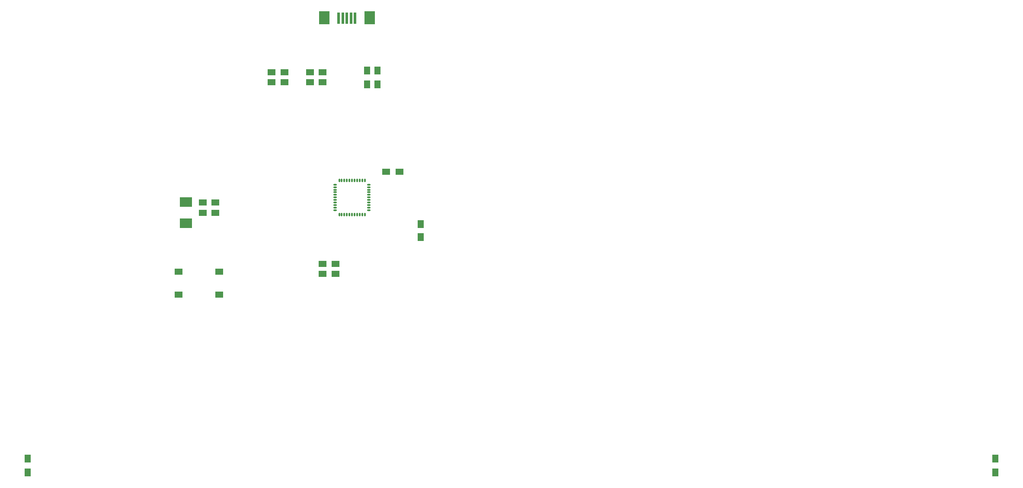
<source format=gbr>
G04 #@! TF.FileFunction,Paste,Bot*
%FSLAX46Y46*%
G04 Gerber Fmt 4.6, Leading zero omitted, Abs format (unit mm)*
G04 Created by KiCad (PCBNEW 4.0.1-stable) date 4/18/2016 2:02:23 AM*
%MOMM*%
G01*
G04 APERTURE LIST*
%ADD10C,0.100000*%
%ADD11R,1.500000X1.250000*%
%ADD12R,1.250000X1.500000*%
%ADD13R,1.500000X1.300000*%
%ADD14R,1.300000X1.500000*%
%ADD15R,0.500380X2.301240*%
%ADD16R,1.998980X2.499360*%
%ADD17O,0.299720X0.698500*%
%ADD18O,0.698500X0.299720*%
%ADD19R,2.400000X1.900000*%
%ADD20R,1.550000X1.300000*%
G04 APERTURE END LIST*
D10*
D11*
X143750000Y-64500000D03*
X141250000Y-64500000D03*
X141250000Y-25000000D03*
X138750000Y-25000000D03*
D12*
X160500000Y-54750000D03*
X160500000Y-57250000D03*
D11*
X143750000Y-62500000D03*
X141250000Y-62500000D03*
X141250000Y-27000000D03*
X138750000Y-27000000D03*
X117750000Y-52500000D03*
X120250000Y-52500000D03*
X117750000Y-50500000D03*
X120250000Y-50500000D03*
D13*
X156350000Y-44500000D03*
X153650000Y-44500000D03*
D14*
X83500000Y-100650000D03*
X83500000Y-103350000D03*
X273000000Y-100650000D03*
X273000000Y-103350000D03*
D11*
X131250000Y-25000000D03*
X133750000Y-25000000D03*
D14*
X152000000Y-24650000D03*
X152000000Y-27350000D03*
D15*
X144399800Y-14449320D03*
X145199900Y-14449320D03*
X146000000Y-14449320D03*
X146800100Y-14449320D03*
X147600200Y-14449320D03*
D16*
X141549920Y-14350260D03*
X150450080Y-14350260D03*
D17*
X149499360Y-52824860D03*
X148998980Y-52824860D03*
X148498600Y-52824860D03*
X147998220Y-52824860D03*
X147497840Y-52824860D03*
X147000000Y-52824860D03*
X146502160Y-52824860D03*
X146001780Y-52824860D03*
X145501400Y-52824860D03*
X145001020Y-52824860D03*
X144500640Y-52824860D03*
D18*
X143675140Y-51999360D03*
X143675140Y-51498980D03*
X143675140Y-50998600D03*
X143675140Y-50498220D03*
X143675140Y-49997840D03*
X143675140Y-49500000D03*
X143675140Y-49002160D03*
X143675140Y-48501780D03*
X143675140Y-48001400D03*
X143675140Y-47501020D03*
X143675140Y-47000640D03*
D17*
X144500640Y-46175140D03*
X145001020Y-46175140D03*
X145501400Y-46175140D03*
X146001780Y-46175140D03*
X146502160Y-46175140D03*
X147000000Y-46175140D03*
X147497840Y-46175140D03*
X147998220Y-46175140D03*
X148498600Y-46175140D03*
X148998980Y-46175140D03*
X149499360Y-46175140D03*
D18*
X150324860Y-47000640D03*
X150324860Y-47501020D03*
X150324860Y-48001400D03*
X150324860Y-48501780D03*
X150324860Y-49002160D03*
X150324860Y-49500000D03*
X150324860Y-49997840D03*
X150324860Y-50498220D03*
X150324860Y-50998600D03*
X150324860Y-51498980D03*
X150324860Y-51999360D03*
D14*
X150000000Y-24650000D03*
X150000000Y-27350000D03*
D19*
X114500000Y-54550000D03*
X114500000Y-50450000D03*
D11*
X131250000Y-27000000D03*
X133750000Y-27000000D03*
D20*
X113075000Y-64000000D03*
X113075000Y-68500000D03*
X121025000Y-68500000D03*
X121025000Y-64000000D03*
M02*

</source>
